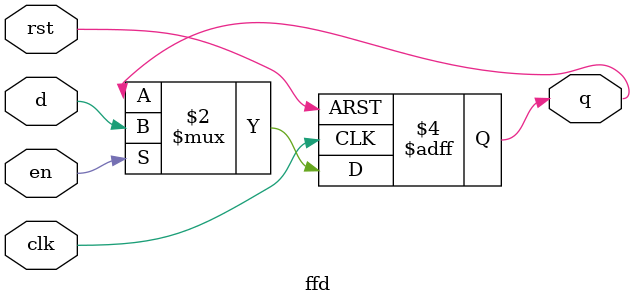
<source format=sv>
module ffd (
    input  wire clk,       // Clock signal
    input  wire rst,       // Asynchronous reset
    input  wire en,        // Enable signal
    input  wire d,         // Data input
    output reg  q          // Data output
);

    always @(posedge clk or posedge rst) begin
        if (rst)
            q <= 1'b0;
        else if (en)
            q <= d;
    end

endmodule

</source>
